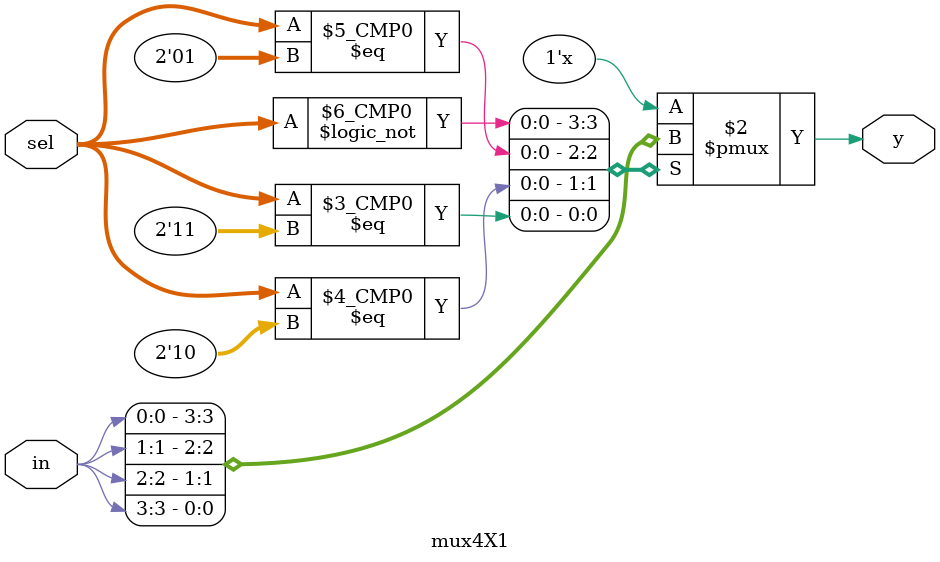
<source format=v>
module mux4X1(y,in, sel);
input [1:0]sel;
input [3:0]in;
output y;
reg y;
always @(sel or in)
case(sel)
2'b00:y=in[0];
2'b01:y=in[1];
2'b10:y=in[2];
2'b11:y=in[3];
endcase
endmodule

</source>
